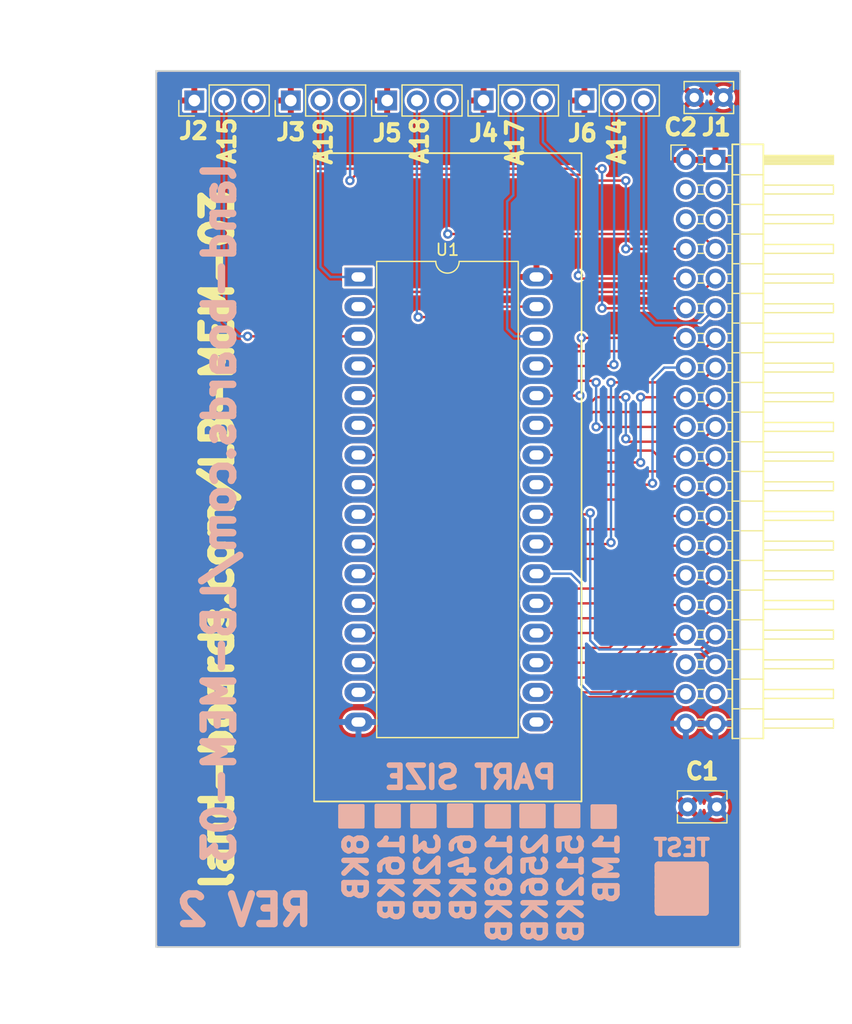
<source format=kicad_pcb>
(kicad_pcb (version 20240108) (generator "pcbnew") (generator_version "8.0")
  (title_block (title "LB-MEM-01") (date "2022-10-07") (rev "2") (company "land-boards.com"))
  (layers (0 "F.Cu" signal) (31 "B.Cu" signal) (34 "B.Paste" user) (35 "F.Paste" user) (36 "B.SilkS" user "B.Silkscreen") (37 "F.SilkS" user "F.Silkscreen") (38 "B.Mask" user) (39 "F.Mask" user) (44 "Edge.Cuts" user))
  (net 0 "")
  (net 1 "GND")
  (net 2 "/CPUA11")
  (net 3 "/CPUA12")
  (net 4 "/CPUA13")
  (net 5 "/CPUA14")
  (net 6 "/CPUA15")
  (net 7 "/CPUD4")
  (net 8 "/CPUD3")
  (net 9 "/CPUD5")
  (net 10 "/CPUD6")
  (net 11 "/CPUA0")
  (net 12 "/CPUA1")
  (net 13 "/CPUD2")
  (net 14 "/CPUA2")
  (net 15 "/CPUD7")
  (net 16 "/CPUA3")
  (net 17 "/CPUD0")
  (net 18 "/CPUA4")
  (net 19 "/CPUD1")
  (net 20 "/CPUA5")
  (net 21 "/CPUA6")
  (net 22 "/CPUA7")
  (net 23 "/CPUA8")
  (net 24 "/CPUA9")
  (net 25 "/CPUA10")
  (net 26 "/CPUA18")
  (net 27 "/CPUA16")
  (net 28 "/CPUA17")
  (net 29 "/~{MEMRD}")
  (net 30 "/CPUA22")
  (net 31 "/CPUA23")
  (net 32 "/CPUA20")
  (net 33 "/CPUA21")
  (net 34 "/CPUA19")
  (net 35 "VCC")
  (net 36 "/~{IOCS}")
  (net 37 "/~{RAMCS}")
  (net 38 "/~{ROMCS}")
  (net 39 "/EE_PIN3")
  (net 40 "/EE_PIN1")
  (net 41 "/EE_PIN30")
  (net 42 "/EE_PIN31")
  (net 43 "/EE_PIN29")
  (footprint "LandBoards_Conns:PinHeader_2x20_P2.54mm_Horizontal-FLIPPED" (layer "F.Cu") (at 177.35 54.615)
    (property "Reference" "J1" (at 2.609 -2.799 0) (layer "F.SilkS") (effects (font (size 1.397 1.397) (thickness 0.34925))))
    (property "Value" "Conn_02x20_Odd_Even")
    (pad "1" thru_hole rect (at 2.54 0) (size 1.7 1.7) (drill 1) (layers "*.Cu" "*.Mask") (net 35 "VCC"))
    (pad "2" thru_hole oval (at 0 0) (size 1.7 1.7) (drill 1) (layers "*.Cu" "*.Mask") (net 35 "VCC"))
    (pad "3" thru_hole oval (at 2.54 2.54) (size 1.7 1.7) (drill 1) (layers "*.Cu" "*.Mask") (net 30 "/CPUA22"))
    (pad "4" thru_hole oval (at 0 2.54) (size 1.7 1.7) (drill 1) (layers "*.Cu" "*.Mask") (net 31 "/CPUA23"))
    (pad "5" thru_hole oval (at 2.54 5.08) (size 1.7 1.7) (drill 1) (layers "*.Cu" "*.Mask") (net 32 "/CPUA20"))
    (pad "6" thru_hole oval (at 0 5.08) (size 1.7 1.7) (drill 1) (layers "*.Cu" "*.Mask") (net 33 "/CPUA21"))
    (pad "7" thru_hole oval (at 2.54 7.62) (size 1.7 1.7) (drill 1) (layers "*.Cu" "*.Mask") (net 26 "/CPUA18"))
    (pad "8" thru_hole oval (at 0 7.62) (size 1.7 1.7) (drill 1) (layers "*.Cu" "*.Mask") (net 34 "/CPUA19"))
    (pad "9" thru_hole oval (at 2.54 10.16) (size 1.7 1.7) (drill 1) (layers "*.Cu" "*.Mask") (net 27 "/CPUA16"))
    (pad "10" thru_hole oval (at 0 10.16) (size 1.7 1.7) (drill 1) (layers "*.Cu" "*.Mask") (net 28 "/CPUA17"))
    (pad "11" thru_hole oval (at 2.54 12.7) (size 1.7 1.7) (drill 1) (layers "*.Cu" "*.Mask") (net 5 "/CPUA14"))
    (pad "12" thru_hole oval (at 0 12.7) (size 1.7 1.7) (drill 1) (layers "*.Cu" "*.Mask") (net 6 "/CPUA15"))
    (pad "13" thru_hole oval (at 2.54 15.24) (size 1.7 1.7) (drill 1) (layers "*.Cu" "*.Mask") (net 3 "/CPUA12"))
    (pad "14" thru_hole oval (at 0 15.24) (size 1.7 1.7) (drill 1) (layers "*.Cu" "*.Mask") (net 4 "/CPUA13"))
    (pad "15" thru_hole oval (at 2.54 17.78) (size 1.7 1.7) (drill 1) (layers "*.Cu" "*.Mask") (net 25 "/CPUA10"))
    (pad "16" thru_hole oval (at 0 17.78) (size 1.7 1.7) (drill 1) (layers "*.Cu" "*.Mask") (net 2 "/CPUA11"))
    (pad "17" thru_hole oval (at 2.54 20.32) (size 1.7 1.7) (drill 1) (layers "*.Cu" "*.Mask") (net 23 "/CPUA8"))
    (pad "18" thru_hole oval (at 0 20.32) (size 1.7 1.7) (drill 1) (layers "*.Cu" "*.Mask") (net 24 "/CPUA9"))
    (pad "19" thru_hole oval (at 2.54 22.86) (size 1.7 1.7) (drill 1) (layers "*.Cu" "*.Mask") (net 21 "/CPUA6"))
    (pad "20" thru_hole oval (at 0 22.86) (size 1.7 1.7) (drill 1) (layers "*.Cu" "*.Mask") (net 22 "/CPUA7"))
    (pad "21" thru_hole oval (at 2.54 25.4) (size 1.7 1.7) (drill 1) (layers "*.Cu" "*.Mask") (net 18 "/CPUA4"))
    (pad "22" thru_hole oval (at 0 25.4) (size 1.7 1.7) (drill 1) (layers "*.Cu" "*.Mask") (net 20 "/CPUA5"))
    (pad "23" thru_hole oval (at 2.54 27.94) (size 1.7 1.7) (drill 1) (layers "*.Cu" "*.Mask") (net 14 "/CPUA2"))
    (pad "24" thru_hole oval (at 0 27.94) (size 1.7 1.7) (drill 1) (layers "*.Cu" "*.Mask") (net 16 "/CPUA3"))
    (pad "25" thru_hole oval (at 2.54 30.48) (size 1.7 1.7) (drill 1) (layers "*.Cu" "*.Mask") (net 11 "/CPUA0"))
    (pad "26" thru_hole oval (at 0 30.48) (size 1.7 1.7) (drill 1) (layers "*.Cu" "*.Mask") (net 12 "/CPUA1"))
    (pad "27" thru_hole oval (at 2.54 33.02) (size 1.7 1.7) (drill 1) (layers "*.Cu" "*.Mask") (net 17 "/CPUD0"))
    (pad "28" thru_hole oval (at 0 33.02) (size 1.7 1.7) (drill 1) (layers "*.Cu" "*.Mask") (net 15 "/CPUD7"))
    (pad "29" thru_hole oval (at 2.54 35.56) (size 1.7 1.7) (drill 1) (layers "*.Cu" "*.Mask") (net 19 "/CPUD1"))
    (pad "30" thru_hole oval (at 0 35.56) (size 1.7 1.7) (drill 1) (layers "*.Cu" "*.Mask") (net 10 "/CPUD6"))
    (pad "31" thru_hole oval (at 2.54 38.1) (size 1.7 1.7) (drill 1) (layers "*.Cu" "*.Mask") (net 13 "/CPUD2"))
    (pad "32" thru_hole oval (at 0 38.1) (size 1.7 1.7) (drill 1) (layers "*.Cu" "*.Mask") (net 9 "/CPUD5"))
    (pad "33" thru_hole oval (at 2.54 40.64) (size 1.7 1.7) (drill 1) (layers "*.Cu" "*.Mask") (net 8 "/CPUD3"))
    (pad "34" thru_hole oval (at 0 40.64) (size 1.7 1.7) (drill 1) (layers "*.Cu" "*.Mask") (net 7 "/CPUD4"))
    (pad "35" thru_hole oval (at 2.54 43.18) (size 1.7 1.7) (drill 1) (layers "*.Cu" "*.Mask") (net 29 "/~{MEMRD}"))
    (pad "36" thru_hole oval (at 0 43.18) (size 1.7 1.7) (drill 1) (layers "*.Cu" "*.Mask") (net 37 "/~{RAMCS}"))
    (pad "37" thru_hole oval (at 2.54 45.72) (size 1.7 1.7) (drill 1) (layers "*.Cu" "*.Mask") (net 36 "/~{IOCS}"))
    (pad "38" thru_hole oval (at 0 45.72) (size 1.7 1.7) (drill 1) (layers "*.Cu" "*.Mask") (net 38 "/~{ROMCS}"))
    (pad "39" thru_hole oval (at 2.54 48.26) (size 1.7 1.7) (drill 1) (layers "*.Cu" "*.Mask") (net 1 "GND"))
    (pad "40" thru_hole oval (at 0 48.26) (size 1.7 1.7) (drill 1) (layers "*.Cu" "*.Mask") (net 1 "GND"))
  )
  (footprint "LandBoards_Conns:DIP-32_W15.24mm_TEXTOOL" (layer "F.Cu") (at 149.322 64.638)
    (property "Reference" "U1" (at 7.62 -2.33 0) (layer "F.SilkS"))
    (property "Value" "27C080")
    (pad "1" thru_hole rect (at 0 0) (size 2.4 1.6) (drill oval 1.2 0.8) (layers "*.Cu" "*.Mask") (net 40 "/EE_PIN1"))
    (pad "2" thru_hole oval (at 0 2.54) (size 2.4 1.6) (drill oval 1.2 0.8) (layers "*.Cu" "*.Mask") (net 27 "/CPUA16"))
    (pad "3" thru_hole oval (at 0 5.08) (size 2.4 1.6) (drill oval 1.2 0.8) (layers "*.Cu" "*.Mask") (net 39 "/EE_PIN3"))
    (pad "4" thru_hole oval (at 0 7.62) (size 2.4 1.6) (drill oval 1.2 0.8) (layers "*.Cu" "*.Mask") (net 3 "/CPUA12"))
    (pad "5" thru_hole oval (at 0 10.16) (size 2.4 1.6) (drill oval 1.2 0.8) (layers "*.Cu" "*.Mask") (net 22 "/CPUA7"))
    (pad "6" thru_hole oval (at 0 12.7) (size 2.4 1.6) (drill oval 1.2 0.8) (layers "*.Cu" "*.Mask") (net 21 "/CPUA6"))
    (pad "7" thru_hole oval (at 0 15.24) (size 2.4 1.6) (drill oval 1.2 0.8) (layers "*.Cu" "*.Mask") (net 20 "/CPUA5"))
    (pad "8" thru_hole oval (at 0 17.78) (size 2.4 1.6) (drill oval 1.2 0.8) (layers "*.Cu" "*.Mask") (net 18 "/CPUA4"))
    (pad "9" thru_hole oval (at 0 20.32) (size 2.4 1.6) (drill oval 1.2 0.8) (layers "*.Cu" "*.Mask") (net 16 "/CPUA3"))
    (pad "10" thru_hole oval (at 0 22.86) (size 2.4 1.6) (drill oval 1.2 0.8) (layers "*.Cu" "*.Mask") (net 14 "/CPUA2"))
    (pad "11" thru_hole oval (at 0 25.4) (size 2.4 1.6) (drill oval 1.2 0.8) (layers "*.Cu" "*.Mask") (net 12 "/CPUA1"))
    (pad "12" thru_hole oval (at 0 27.94) (size 2.4 1.6) (drill oval 1.2 0.8) (layers "*.Cu" "*.Mask") (net 11 "/CPUA0"))
    (pad "13" thru_hole oval (at 0 30.48) (size 2.4 1.6) (drill oval 1.2 0.8) (layers "*.Cu" "*.Mask") (net 17 "/CPUD0"))
    (pad "14" thru_hole oval (at 0 33.02) (size 2.4 1.6) (drill oval 1.2 0.8) (layers "*.Cu" "*.Mask") (net 19 "/CPUD1"))
    (pad "15" thru_hole oval (at 0 35.56) (size 2.4 1.6) (drill oval 1.2 0.8) (layers "*.Cu" "*.Mask") (net 13 "/CPUD2"))
    (pad "16" thru_hole oval (at 0 38.1) (size 2.4 1.6) (drill oval 1.2 0.8) (layers "*.Cu" "*.Mask") (net 1 "GND"))
    (pad "17" thru_hole oval (at 15.24 38.1) (size 2.4 1.6) (drill oval 1.2 0.8) (layers "*.Cu" "*.Mask") (net 8 "/CPUD3"))
    (pad "18" thru_hole oval (at 15.24 35.56) (size 2.4 1.6) (drill oval 1.2 0.8) (layers "*.Cu" "*.Mask") (net 7 "/CPUD4"))
    (pad "19" thru_hole oval (at 15.24 33.02) (size 2.4 1.6) (drill oval 1.2 0.8) (layers "*.Cu" "*.Mask") (net 9 "/CPUD5"))
    (pad "20" thru_hole oval (at 15.24 30.48) (size 2.4 1.6) (drill oval 1.2 0.8) (layers "*.Cu" "*.Mask") (net 10 "/CPUD6"))
    (pad "21" thru_hole oval (at 15.24 27.94) (size 2.4 1.6) (drill oval 1.2 0.8) (layers "*.Cu" "*.Mask") (net 15 "/CPUD7"))
    (pad "22" thru_hole oval (at 15.24 25.4) (size 2.4 1.6) (drill oval 1.2 0.8) (layers "*.Cu" "*.Mask") (net 38 "/~{ROMCS}"))
    (pad "23" thru_hole oval (at 15.24 22.86) (size 2.4 1.6) (drill oval 1.2 0.8) (layers "*.Cu" "*.Mask") (net 25 "/CPUA10"))
    (pad "24" thru_hole oval (at 15.24 20.32) (size 2.4 1.6) (drill oval 1.2 0.8) (layers "*.Cu" "*.Mask") (net 29 "/~{MEMRD}"))
    (pad "25" thru_hole oval (at 15.24 17.78) (size 2.4 1.6) (drill oval 1.2 0.8) (layers "*.Cu" "*.Mask") (net 2 "/CPUA11"))
    (pad "26" thru_hole oval (at 15.24 15.24) (size 2.4 1.6) (drill oval 1.2 0.8) (layers "*.Cu" "*.Mask") (net 24 "/CPUA9"))
    (pad "27" thru_hole oval (at 15.24 12.7) (size 2.4 1.6) (drill oval 1.2 0.8) (layers "*.Cu" "*.Mask") (net 23 "/CPUA8"))
    (pad "28" thru_hole oval (at 15.24 10.16) (size 2.4 1.6) (drill oval 1.2 0.8) (layers "*.Cu" "*.Mask") (net 4 "/CPUA13"))
    (pad "29" thru_hole oval (at 15.24 7.62) (size 2.4 1.6) (drill oval 1.2 0.8) (layers "*.Cu" "*.Mask") (net 43 "/EE_PIN29"))
    (pad "30" thru_hole oval (at 15.24 5.08) (size 2.4 1.6) (drill oval 1.2 0.8) (layers "*.Cu" "*.Mask") (net 41 "/EE_PIN30"))
    (pad "31" thru_hole oval (at 15.24 2.54) (size 2.4 1.6) (drill oval 1.2 0.8) (layers "*.Cu" "*.Mask") (net 42 "/EE_PIN31"))
    (pad "32" thru_hole oval (at 15.24 0) (size 2.4 1.6) (drill oval 1.2 0.8) (layers "*.Cu" "*.Mask") (net 35 "VCC"))
  )
  (footprint "Connector_PinHeader_2.54mm:PinHeader_1x03_P2.54mm_Vertical" (layer "F.Cu") (at 160.035 49.53 90)
    (property "Reference" "J4" (at -2.794 0 180) (layer "F.SilkS") (effects (font (size 1.397 1.397) (thickness 0.34925))))
    (property "Value" "Conn_01x03")
    (pad "1" thru_hole rect (at 0 0 90) (size 1.7 1.7) (drill 1) (layers "*.Cu" "*.Mask") (net 35 "VCC"))
    (pad "2" thru_hole oval (at 0 2.54 90) (size 1.7 1.7) (drill 1) (layers "*.Cu" "*.Mask") (net 41 "/EE_PIN30"))
    (pad "3" thru_hole oval (at 0 5.08 90) (size 1.7 1.7) (drill 1) (layers "*.Cu" "*.Mask") (net 28 "/CPUA17"))
  )
  (footprint "Connector_PinHeader_2.54mm:PinHeader_1x03_P2.54mm_Vertical" (layer "F.Cu") (at 151.78 49.53 90)
    (property "Reference" "J5" (at -2.794 0 180) (layer "F.SilkS") (effects (font (size 1.397 1.397) (thickness 0.34925))))
    (property "Value" "Conn_01x03")
    (pad "1" thru_hole rect (at 0 0 90) (size 1.7 1.7) (drill 1) (layers "*.Cu" "*.Mask") (net 35 "VCC"))
    (pad "2" thru_hole oval (at 0 2.54 90) (size 1.7 1.7) (drill 1) (layers "*.Cu" "*.Mask") (net 42 "/EE_PIN31"))
    (pad "3" thru_hole oval (at 0 5.08 90) (size 1.7 1.7) (drill 1) (layers "*.Cu" "*.Mask") (net 26 "/CPUA18"))
  )
  (footprint "Capacitor_THT:C_Rect_L4.0mm_W2.5mm_P2.50mm" (layer "F.Cu") (at 180 110 180)
    (property "Reference" "C1" (at 1.25 3.048 180) (layer "F.SilkS") (effects (font (size 1.397 1.397) (thickness 0.34925))))
    (property "Value" "0.1uF")
    (pad "1" thru_hole circle (at 0 0 180) (size 1.6 1.6) (drill 0.8) (layers "*.Cu" "*.Mask") (net 1 "GND"))
    (pad "2" thru_hole circle (at 2.5 0 180) (size 1.6 1.6) (drill 0.8) (layers "*.Cu" "*.Mask") (net 35 "VCC"))
  )
  (footprint "Connector_PinHeader_2.54mm:PinHeader_1x03_P2.54mm_Vertical" (layer "F.Cu") (at 143.525 49.53 90)
    (property "Reference" "J3" (at -2.7 0 180) (layer "F.SilkS") (effects (font (size 1.397 1.397) (thickness 0.34925))))
    (property "Value" "Conn_01x03")
    (pad "1" thru_hole rect (at 0 0 90) (size 1.7 1.7) (drill 1) (layers "*.Cu" "*.Mask") (net 35 "VCC"))
    (pad "2" thru_hole oval (at 0 2.54 90) (size 1.7 1.7) (drill 1) (layers "*.Cu" "*.Mask") (net 40 "/EE_PIN1"))
    (pad "3" thru_hole oval (at 0 5.08 90) (size 1.7 1.7) (drill 1) (layers "*.Cu" "*.Mask") (net 34 "/CPUA19"))
  )
  (footprint "Capacitor_THT:C_Rect_L4.0mm_W2.5mm_P2.50mm" (layer "F.Cu") (at 180.574 49.276 180)
    (property "Reference" "C2" (at 3.663 -2.54 0) (layer "F.SilkS") (effects (font (size 1.397 1.397) (thickness 0.34925))))
    (property "Value" "0.1uF")
    (pad "1" thru_hole circle (at 0 0 180) (size 1.6 1.6) (drill 0.8) (layers "*.Cu" "*.Mask") (net 1 "GND"))
    (pad "2" thru_hole circle (at 2.5 0 180) (size 1.6 1.6) (drill 0.8) (layers "*.Cu" "*.Mask") (net 35 "VCC"))
  )
  (footprint "Connector_PinHeader_2.54mm:PinHeader_1x03_P2.54mm_Vertical" (layer "F.Cu") (at 168.671 49.53 90)
    (property "Reference" "J6" (at -2.794 -0.171 180) (layer "F.SilkS") (effects (font (size 1.397 1.397) (thickness 0.34925))))
    (property "Value" "Conn_01x03")
    (pad "1" thru_hole rect (at 0 0 90) (size 1.7 1.7) (drill 1) (layers "*.Cu" "*.Mask") (net 35 "VCC"))
    (pad "2" thru_hole oval (at 0 2.54 90) (size 1.7 1.7) (drill 1) (layers "*.Cu" "*.Mask") (net 43 "/EE_PIN29"))
    (pad "3" thru_hole oval (at 0 5.08 90) (size 1.7 1.7) (drill 1) (layers "*.Cu" "*.Mask") (net 5 "/CPUA14"))
  )
  (footprint "Connector_PinHeader_2.54mm:PinHeader_1x03_P2.54mm_Vertical" (layer "F.Cu") (at 135.27 49.53 90)
    (property "Reference" "J2" (at -2.6 -0.07 180) (layer "F.SilkS") (effects (font (size 1.397 1.397) (thickness 0.34925))))
    (property "Value" "Conn_01x03")
    (pad "1" thru_hole rect (at 0 0 90) (size 1.7 1.7) (drill 1) (layers "*.Cu" "*.Mask") (net 35 "VCC"))
    (pad "2" thru_hole oval (at 0 2.54 90) (size 1.7 1.7) (drill 1) (layers "*.Cu" "*.Mask") (net 39 "/EE_PIN3"))
    (pad "3" thru_hole oval (at 0 5.08 90) (size 1.7 1.7) (drill 1) (layers "*.Cu" "*.Mask") (net 6 "/CPUA15"))
  )
  (footprint "LandBoards_Marking:TEST_BLK-REAR" (layer "F.Cu") (at 177 117)
    (property "Reference" "TEST" (at 0 -3.5 0) (layer "B.SilkS") (effects (font (size 1.397 1.397) (thickness 0.34925)) (justify mirror)))
    (property "Value" "COUPON" (hide yes))
  )
  (gr_rect (start 132 47) (end 182 122) (stroke (width 0.15)) (fill none) (layer "Edge.Cuts"))
  (gr_text "land-boards.com/LB-MEM-03" (at 137.414 84.836 90) (layer "B.SilkS") (effects (font (size 2.54 2.54) (thickness 0.635)) (justify mirror)))
  (gr_text "REV 2" (at 139.5476 118.8466 0) (layer "B.SilkS") (effects (font (size 2.54 2.54) (thickness 0.635)) (justify mirror)))
  (gr_text "8KB\n16KB\n32KB\n64KB\n128KB\n256KB\n512KB\n1MB" (at 159.862 112 90) (layer "B.SilkS") (effects (font (size 1.905 1.905) (thickness 0.47625)) (justify left mirror)))
  (gr_text "PART SIZE" (at 166.5224 107.475 0) (layer "B.SilkS") (effects (font (size 1.905 1.905) (thickness 0.47625)) (justify left mirror)))
  (gr_text "A18" (at 154.559 52.959 90) (layer "F.SilkS") (effects (font (size 1.397 1.397) (thickness 0.34925))))
  (gr_text "A15" (at 138.0744 52.9844 90) (layer "F.SilkS") (effects (font (size 1.397 1.397) (thickness 0.34925))))
  (gr_text "land-boards.com/LB-MEM-03" (at 137.2362 87.122 90) (layer "F.SilkS") (effects (font (size 2.54 2.54) (thickness 0.635))))
  (gr_text "A14" (at 171.45 53.0352 90) (layer "F.SilkS") (effects (font (size 1.397 1.397) (thickness 0.34925))))
  (gr_text "A19" (at 146.3294 53.0352 90) (layer "F.SilkS") (effects (font (size 1.397 1.397) (thickness 0.34925))))
  (gr_text "A17" (at 162.7124 53.1114 90) (layer "F.SilkS") (effects (font (size 1.397 1.397) (thickness 0.34925))))
  (segment (start 164.562 82.418) (end 174.366 82.418) (width 0.2032) (layer "F.Cu") (net 2))
  (segment (start 174.376 82.418) (end 174.498 82.296) (width 0.2032) (layer "F.Cu") (net 2))
  (segment (start 174.366 82.418) (end 174.376 82.418) (width 0.2032) (layer "F.Cu") (net 2))
  (via (at 174.498 82.296) (size 0.8) (drill 0.4) (layers "F.Cu" "B.Cu") (net 2))
  (segment (start 177.35 72.395) (end 175.509 72.395) (width 0.2032) (layer "B.Cu") (net 2))
  (segment (start 174.498 73.406) (end 174.498 82.296) (width 0.2032) (layer "B.Cu") (net 2))
  (segment (start 175.509 72.395) (end 174.498 73.406) (width 0.2032) (layer "B.Cu") (net 2))
  (segment (start 149.322 72.258) (end 158.882 72.258) (width 0.2032) (layer "F.Cu") (net 3))
  (segment (start 160.147 70.993) (end 176.149 70.993) (width 0.2032) (layer "F.Cu") (net 3))
  (segment (start 176.276 71.12) (end 178.625 71.12) (width 0.2032) (layer "F.Cu") (net 3))
  (segment (start 158.882 72.258) (end 160.147 70.993) (width 0.2032) (layer "F.Cu") (net 3))
  (segment (start 176.149 70.993) (end 176.276 71.12) (width 0.2032) (layer "F.Cu") (net 3))
  (segment (start 178.625 71.12) (end 179.89 69.855) (width 0.2032) (layer "F.Cu") (net 3))
  (segment (start 164.562 74.798) (end 168.28 74.798) (width 0.2032) (layer "F.Cu") (net 4))
  (segment (start 168.407 69.855) (end 168.402 69.85) (width 0.2032) (layer "F.Cu") (net 4))
  (segment (start 168.407 69.855) (end 177.35 69.855) (width 0.2032) (layer "F.Cu") (net 4))
  (via (at 168.402 69.85) (size 0.8) (drill 0.4) (layers "F.Cu" "B.Cu") (net 4))
  (via (at 168.28 74.798) (size 0.8) (drill 0.4) (layers "F.Cu" "B.Cu") (net 4))
  (segment (start 168.402 74.676) (end 168.28 74.798) (width 0.2032) (layer "B.Cu") (net 4))
  (segment (start 168.402 69.85) (end 168.402 74.676) (width 0.2032) (layer "B.Cu") (net 4))
  (segment (start 178.625 68.58) (end 179.89 67.315) (width 0.2032) (layer "F.Cu") (net 5))
  (segment (start 174.782 68.58) (end 173.751 67.549) (width 0.2032) (layer "B.Cu") (net 5))
  (segment (start 179.89 67.315) (end 178.625 68.58) (width 0.2032) (layer "B.Cu") (net 5))
  (segment (start 173.751 49.53) (end 173.751 67.549) (width 0.2032) (layer "B.Cu") (net 5))
  (segment (start 178.625 68.58) (end 174.782 68.58) (width 0.2032) (layer "B.Cu") (net 5))
  (segment (start 140.35 53.96) (end 140.35 49.53) (width 0.2032) (layer "F.Cu") (net 6))
  (segment (start 170.185 67.315) (end 177.35 67.315) (width 0.2032) (layer "F.Cu") (net 6))
  (segment (start 141.732 55.372) (end 170.18 55.372) (width 0.2032) (layer "F.Cu") (net 6))
  (segment (start 141.762 55.372) (end 140.35 53.96) (width 0.2032) (layer "F.Cu") (net 6))
  (segment (start 170.18 67.31) (end 170.185 67.315) (width 0.2032) (layer "F.Cu") (net 6))
  (via (at 170.18 67.31) (size 0.8) (drill 0.4) (layers "F.Cu" "B.Cu") (net 6))
  (via (at 170.18 55.372) (size 0.8) (drill 0.4) (layers "F.Cu" "B.Cu") (net 6))
  (segment (start 170.18 55.372) (end 170.18 67.31) (width 0.2032) (layer "B.Cu") (net 6))
  (segment (start 175.851782 95.255) (end 177.35 95.255) (width 0.2032) (layer "F.Cu") (net 7))
  (segment (start 164.562 100.198) (end 170.908782 100.198) (width 0.2032) (layer "F.Cu") (net 7))
  (segment (start 170.908782 100.198) (end 175.851782 95.255) (width 0.2032) (layer "F.Cu") (net 7))
  (segment (start 176.276 96.52) (end 178.625 96.52) (width 0.2032) (layer "F.Cu") (net 8))
  (segment (start 178.625 96.52) (end 179.89 95.255) (width 0.2032) (layer "F.Cu") (net 8))
  (segment (start 164.562 102.738) (end 170.058 102.738) (width 0.2032) (layer "F.Cu") (net 8))
  (segment (start 170.058 102.738) (end 176.276 96.52) (width 0.2032) (layer "F.Cu") (net 8))
  (segment (start 170.82 97.658) (end 175.763 92.715) (width 0.2032) (layer "F.Cu") (net 9))
  (segment (start 164.562 97.658) (end 170.82 97.658) (width 0.2032) (layer "F.Cu") (net 9))
  (segment (start 175.763 92.715) (end 177.35 92.715) (width 0.2032) (layer "F.Cu") (net 9))
  (segment (start 171.328 95.118) (end 176.271 90.175) (width 0.2032) (layer "F.Cu") (net 10))
  (segment (start 164.562 95.118) (end 171.328 95.118) (width 0.2032) (layer "F.Cu") (net 10))
  (segment (start 176.271 90.175) (end 177.35 90.175) (width 0.2032) (layer "F.Cu") (net 10))
  (segment (start 160.401 91.313) (end 171.323 91.313) (width 0.2032) (layer "F.Cu") (net 11))
  (segment (start 171.323 91.313) (end 176.276 86.36) (width 0.2032) (layer "F.Cu") (net 11))
  (segment (start 178.625 86.36) (end 179.89 85.095) (width 0.2032) (layer "F.Cu") (net 11))
  (segment (start 159.136 92.578) (end 160.401 91.313) (width 0.2032) (layer "F.Cu") (net 11))
  (segment (start 149.322 92.578) (end 159.136 92.578) (width 0.2032) (layer "F.Cu") (net 11))
  (segment (start 176.276 86.36) (end 178.625 86.36) (width 0.2032) (layer "F.Cu") (net 11))
  (segment (start 172.085 88.773) (end 175.763 85.095) (width 0.2032) (layer "F.Cu") (net 12))
  (segment (start 160.401 88.773) (end 172.085 88.773) (width 0.2032) (layer "F.Cu") (net 12))
  (segment (start 159.136 90.038) (end 160.401 88.773) (width 0.2032) (layer "F.Cu") (net 12))
  (segment (start 149.322 90.038) (end 159.136 90.038) (width 0.2032) (layer "F.Cu") (net 12))
  (segment (start 175.763 85.095) (end 177.35 85.095) (width 0.2032) (layer "F.Cu") (net 12))
  (segment (start 171.069 98.933) (end 176.1175 93.8845) (width 0.2032) (layer "F.Cu") (net 13))
  (segment (start 178.7205 93.8845) (end 179.89 92.715) (width 0.2032) (layer "F.Cu") (net 13))
  (segment (start 149.322 100.198) (end 159.898 100.198) (width 0.2032) (layer "F.Cu") (net 13))
  (segment (start 161.163 98.933) (end 171.069 98.933) (width 0.2032) (layer "F.Cu") (net 13))
  (segment (start 176.1175 93.8845) (end 178.7205 93.8845) (width 0.2032) (layer "F.Cu") (net 13))
  (segment (start 159.898 100.198) (end 161.163 98.933) (width 0.2032) (layer "F.Cu") (net 13))
  (segment (start 158.882 87.498) (end 160.147 86.233) (width 0.2032) (layer "F.Cu") (net 14))
  (segment (start 175.768 83.82) (end 178.625 83.82) (width 0.2032) (layer "F.Cu") (net 14))
  (segment (start 178.625 83.82) (end 179.89 82.555) (width 0.2032) (layer "F.Cu") (net 14))
  (segment (start 173.355 86.233) (end 175.768 83.82) (width 0.2032) (layer "F.Cu") (net 14))
  (segment (start 149.322 87.498) (end 158.882 87.498) (width 0.2032) (layer "F.Cu") (net 14))
  (segment (start 160.147 86.233) (end 173.355 86.233) (width 0.2032) (layer "F.Cu") (net 14))
  (segment (start 164.562 92.578) (end 171.328 92.578) (width 0.2032) (layer "F.Cu") (net 15))
  (segment (start 176.271 87.635) (end 177.35 87.635) (width 0.2032) (layer "F.Cu") (net 15))
  (segment (start 171.328 92.578) (end 176.271 87.635) (width 0.2032) (layer "F.Cu") (net 15))
  (segment (start 149.322 84.958) (end 158.882 84.958) (width 0.2032) (layer "F.Cu") (net 16))
  (segment (start 174.625 83.693) (end 175.763 82.555) (width 0.2032) (layer "F.Cu") (net 16))
  (segment (start 160.147 83.693) (end 174.625 83.693) (width 0.2032) (layer "F.Cu") (net 16))
  (segment (start 175.763 82.555) (end 177.35 82.555) (width 0.2032) (layer "F.Cu") (net 16))
  (segment (start 158.882 84.958) (end 160.147 83.693) (width 0.2032) (layer "F.Cu") (net 16))
  (segment (start 160.655 93.853) (end 171.577 93.853) (width 0.2032) (layer "F.Cu") (net 17))
  (segment (start 171.577 93.853) (end 176.53 88.9) (width 0.2032) (layer "F.Cu") (net 17))
  (segment (start 178.625 88.9) (end 179.89 87.635) (width 0.2032) (layer "F.Cu") (net 17))
  (segment (start 176.53 88.9) (end 178.625 88.9) (width 0.2032) (layer "F.Cu") (net 17))
  (segment (start 149.322 95.118) (end 159.39 95.118) (width 0.2032) (layer "F.Cu") (net 17))
  (segment (start 159.39 95.118) (end 160.655 93.853) (width 0.2032) (layer "F.Cu") (net 17))
  (segment (start 160.435489 81.118511) (end 159.136 82.418) (width 0.2032) (layer "F.Cu") (net 18))
  (segment (start 178.625 81.28) (end 167.64 81.28) (width 0.2032) (layer "F.Cu") (net 18))
  (segment (start 167.64 81.28) (end 167.478511 81.118511) (width 0.2032) (layer "F.Cu") (net 18))
  (segment (start 159.136 82.418) (end 149.322 82.418) (width 0.2032) (layer "F.Cu") (net 18))
  (segment (start 167.478511 81.118511) (end 160.435489 81.118511) (width 0.2032) (layer "F.Cu") (net 18))
  (segment (start 179.89 80.015) (end 178.625 81.28) (width 0.2032) (layer "F.Cu") (net 18))
  (segment (start 149.322 97.658) (end 159.644 97.658) (width 0.2032) (layer "F.Cu") (net 19))
  (segment (start 170.815 96.393) (end 175.768 91.44) (width 0.2032) (layer "F.Cu") (net 19))
  (segment (start 159.644 97.658) (end 160.909 96.393) (width 0.2032) (layer "F.Cu") (net 19))
  (segment (start 178.625 91.44) (end 179.89 90.175) (width 0.2032) (layer "F.Cu") (net 19))
  (segment (start 175.768 91.44) (end 178.625 91.44) (width 0.2032) (layer "F.Cu") (net 19))
  (segment (start 160.909 96.393) (end 170.815 96.393) (width 0.2032) (layer "F.Cu") (net 19))
  (segment (start 158.882 79.878) (end 160.147 78.613) (width 0.2032) (layer "F.Cu") (net 20))
  (segment (start 160.147 78.613) (end 168.021 78.613) (width 0.2032) (layer "F.Cu") (net 20))
  (segment (start 174.498 79.502) (end 175.011 80.015) (width 0.2032) (layer "F.Cu") (net 20))
  (segment (start 168.91 79.502) (end 174.498 79.502) (width 0.2032) (layer "F.Cu") (net 20))
  (segment (start 149.322 79.878) (end 158.882 79.878) (width 0.2032) (layer "F.Cu") (net 20))
  (segment (start 168.021 78.613) (end 168.91 79.502) (width 0.2032) (layer "F.Cu") (net 20))
  (segment (start 175.011 80.015) (end 177.35 80.015) (width 0.2032) (layer "F.Cu") (net 20))
  (segment (start 178.625 78.74) (end 172.466 78.74) (width 0.2032) (layer "F.Cu") (net 21))
  (segment (start 157.866 77.338) (end 159.131 76.073) (width 0.2032) (layer "F.Cu") (net 21))
  (segment (start 172.466 78.74) (end 172.212 78.486) (width 0.2032) (layer "F.Cu") (net 21))
  (segment (start 179.89 77.475) (end 178.625 78.74) (width 0.2032) (layer "F.Cu") (net 21))
  (segment (start 159.131 76.073) (end 168.529 76.073) (width 0.2032) (layer "F.Cu") (net 21))
  (segment (start 168.402 76.2) (end 169.672 74.93) (width 0.2032) (layer "F.Cu") (net 21))
  (segment (start 149.322 77.338) (end 157.866 77.338) (width 0.2032) (layer "F.Cu") (net 21))
  (segment (start 172.212 74.93) (end 169.672 74.93) (width 0.2032) (layer "F.Cu") (net 21))
  (via (at 172.212 78.486) (size 0.8) (drill 0.4) (layers "F.Cu" "B.Cu") (net 21))
  (via (at 172.212 74.93) (size 0.8) (drill 0.4) (layers "F.Cu" "B.Cu") (net 21))
  (segment (start 172.212 78.486) (end 172.212 74.93) (width 0.2032) (layer "B.Cu") (net 21))
  (segment (start 158.374 74.798) (end 159.639 73.533) (width 0.2032) (layer "F.Cu") (net 22))
  (segment (start 169.677 77.475) (end 177.35 77.475) (width 0.2032) (layer "F.Cu") (net 22))
  (segment (start 159.639 73.533) (end 169.545 73.533) (width 0.2032) (layer "F.Cu") (net 22))
  (segment (start 169.672 77.47) (end 169.677 77.475) (width 0.2032) (layer "F.Cu") (net 22))
  (segment (start 149.322 74.798) (end 158.374 74.798) (width 0.2032) (layer "F.Cu") (net 22))
  (segment (start 169.545 73.533) (end 169.672 73.66) (width 0.2032) (layer "F.Cu") (net 22))
  (via (at 169.672 73.66) (size 0.8) (drill 0.4) (layers "F.Cu" "B.Cu") (net 22))
  (via (at 169.672 77.47) (size 0.8) (drill 0.4) (layers "F.Cu" "B.Cu") (net 22))
  (segment (start 169.672 73.66) (end 169.672 77.47) (width 0.2032) (layer "B.Cu") (net 22))
  (segment (start 169.408 76.2) (end 168.27 77.338) (width 0.2032) (layer "F.Cu") (net 23))
  (segment (start 178.625 76.2) (end 169.408 76.2) (width 0.2032) (layer "F.Cu") (net 23))
  (segment (start 168.27 77.338) (end 164.562 77.338) (width 0.2032) (layer "F.Cu") (net 23))
  (segment (start 179.89 74.935) (end 178.625 76.2) (width 0.2032) (layer "F.Cu") (net 23))
  (segment (start 168.402 80.518) (end 173.482 80.518) (width 0.2032) (layer "F.Cu") (net 24))
  (segment (start 164.562 79.878) (end 167.762 79.878) (width 0.2032) (layer "F.Cu") (net 24))
  (segment (start 173.8445 74.93) (end 173.8495 74.935) (width 0.2032) (layer "F.Cu") (net 24))
  (segment (start 173.8495 74.935) (end 177.35 74.935) (width 0.2032) (layer "F.Cu") (net 24))
  (segment (start 167.762 79.878) (end 168.402 80.518) (width 0.2032) (layer "F.Cu") (net 24))
  (via (at 173.482 74.93) (size 0.8) (drill 0.4) (layers "F.Cu" "B.Cu") (net 24))
  (via (at 173.482 80.518) (size 0.8) (drill 0.4) (layers "F.Cu" "B.Cu") (net 24))
  (segment (start 173.482 80.518) (end 173.482 74.93) (width 0.2032) (layer "B.Cu") (net 24))
  (segment (start 170.82 87.498) (end 170.942 87.376) (width 0.2032) (layer "F.Cu") (net 25))
  (segment (start 170.9605 73.66) (end 178.625 73.66) (width 0.2032) (layer "F.Cu") (net 25))
  (segment (start 164.562 87.498) (end 170.82 87.498) (width 0.2032) (layer "F.Cu") (net 25))
  (segment (start 170.9605 73.66) (end 170.942 73.6785) (width 0.2032) (layer "F.Cu") (net 25))
  (segment (start 179.89 72.395) (end 178.625 73.66) (width 0.2032) (layer "F.Cu") (net 25))
  (via (at 170.942 87.376) (size 0.8) (drill 0.4) (layers "F.Cu" "B.Cu") (net 25))
  (via (at 170.942 73.6785) (size 0.8) (drill 0.4) (layers "F.Cu" "B.Cu") (net 25))
  (segment (start 170.942 87.376) (end 170.942 73.6785) (width 0.2032) (layer "B.Cu") (net 25))
  (segment (start 178.615 60.96) (end 179.89 62.235) (width 0.2032) (layer "F.Cu") (net 26))
  (segment (start 156.972 60.96) (end 178.615 60.96) (width 0.2032) (layer "F.Cu") (net 26))
  (via (at 156.972 60.96) (size 0.8) (drill 0.4) (layers "F.Cu" "B.Cu") (net 26))
  (segment (start 156.972 60.96) (end 156.86 60.848) (width 0.2032) (layer "B.Cu") (net 26))
  (segment (start 156.86 60.848) (end 156.86 49.53) (width 0.2032) (layer "B.Cu") (net 26))
  (segment (start 173.101 65.913) (end 153.533 65.913) (width 0.2032) (layer "F.Cu") (net 27))
  (segment (start 152.268 67.178) (end 149.322 67.178) (width 0.2032) (layer "F.Cu") (net 27))
  (segment (start 153.533 65.913) (end 152.268 67.178) (width 0.2032) (layer "F.Cu") (net 27))
  (segment (start 179.89 64.775) (end 178.625 66.04) (width 0.2032) (layer "F.Cu") (net 27))
  (segment (start 173.228 66.04) (end 173.101 65.913) (width 0.2032) (layer "F.Cu") (net 27))
  (segment (start 178.625 66.04) (end 173.228 66.04) (width 0.2032) (layer "F.Cu") (net 27))
  (segment (start 168.407 64.775) (end 168.148 64.516) (width 0.2032) (layer "F.Cu") (net 28))
  (segment (start 177.35 64.775) (end 168.407 64.775) (width 0.2032) (layer "F.Cu") (net 28))
  (via (at 168.148 64.516) (size 0.8) (drill 0.4) (layers "F.Cu" "B.Cu") (net 28))
  (segment (start 165.115 53.101) (end 165.115 49.53) (width 0.2032) (layer "B.Cu") (net 28))
  (segment (start 168.148 56.134) (end 165.115 53.101) (width 0.2032) (layer "B.Cu") (net 28))
  (segment (start 168.148 64.516) (end 168.148 56.134) (width 0.2032) (layer "B.Cu") (net 28))
  (segment (start 169.042 84.958) (end 164.562 84.958) (width 0.2032) (layer "F.Cu") (net 29))
  (segment (start 169.164 84.836) (end 169.042 84.958) (width 0.2032) (layer "F.Cu") (net 29))
  (via (at 169.164 84.836) (size 0.8) (drill 0.4) (layers "F.Cu" "B.Cu") (net 29))
  (segment (start 169.164 95.758) (end 169.164 84.836) (width 0.2032) (layer "B.Cu") (net 29))
  (segment (start 179.89 97.795) (end 178.615 96.52) (width 0.2032) (layer "B.Cu") (net 29))
  (segment (start 169.926 96.52) (end 169.164 95.758) (width 0.2032) (layer "B.Cu") (net 29))
  (segment (start 178.615 96.52) (end 169.926 96.52) (width 0.2032) (layer "B.Cu") (net 29))
  (segment (start 169.672 56.388) (end 172.212 56.388) (width 0.2032) (layer "F.Cu") (net 34))
  (segment (start 172.217 62.235) (end 177.35 62.235) (width 0.2032) (layer "F.Cu") (net 34))
  (segment (start 148.59 56.388) (end 149.098 55.88) (width 0.2032) (layer "F.Cu") (net 34))
  (segment (start 172.212 62.23) (end 172.217 62.235) (width 0.2032) (layer "F.Cu") (net 34))
  (segment (start 169.164 55.88) (end 169.672 56.388) (width 0.2032) (layer "F.Cu") (net 34))
  (segment (start 149.098 55.88) (end 169.164 55.88) (width 0.2032) (layer "F.Cu") (net 34))
  (via (at 172.212 62.23) (size 0.8) (drill 0.4) (layers "F.Cu" "B.Cu") (net 34))
  (via (at 172.212 56.388) (size 0.8) (drill 0.4) (layers "F.Cu" "B.Cu") (net 34))
  (via (at 148.59 56.388) (size 0.8) (drill 0.4) (layers "F.Cu" "B.Cu") (net 34))
  (segment (start 172.212 62.23) (end 172.212 56.388) (width 0.2032) (layer "B.Cu") (net 34))
  (segment (start 148.59 56.388) (end 148.605 56.373) (width 0.2032) (layer "B.Cu") (net 34))
  (segment (start 148.605 56.373) (end 148.605 49.53) (width 0.2032) (layer "B.Cu") (net 34))
  (segment (start 168.402 90.932) (end 167.508 90.038) (width 0.2032) (layer "B.Cu") (net 38))
  (segment (start 168.402 99.5445) (end 168.402 90.932) (width 0.2032) (layer "B.Cu") (net 38))
  (segment (start 167.508 90.038) (end 164.562 90.038) (width 0.2032) (layer "B.Cu") (net 38))
  (segment (start 169.1925 100.335) (end 168.402 99.5445) (width 0.2032) (layer "B.Cu") (net 38))
  (segment (start 177.35 100.335) (end 169.1925 100.335) (width 0.2032) (layer "B.Cu") (net 38))
  (segment (start 149.322 69.718) (end 139.832 69.718) (width 0.2032) (layer "F.Cu") (net 39))
  (via (at 139.832 69.718) (size 0.8) (drill 0.4) (layers "F.Cu" "B.Cu") (net 39))
  (segment (start 137.81 68.468) (end 139.06 69.718) (width 0.2032) (layer "B.Cu") (net 39))
  (segment (start 139.06 69.718) (end 139.832 69.718) (width 0.2032) (layer "B.Cu") (net 39))
  (segment (start 137.81 49.53) (end 137.81 68.468) (width 0.2032) (layer "B.Cu") (net 39))
  (segment (start 146.934 64.638) (end 146.065 63.769) (width 0.2032) (layer "B.Cu") (net 40))
  (segment (start 146.065 63.769) (end 146.065 49.53) (width 0.2032) (layer "B.Cu") (net 40))
  (segment (start 149.322 64.638) (end 146.934 64.638) (width 0.2032) (layer "B.Cu") (net 40))
  (segment (start 162.052 69.088) (end 162.052 58.166) (width 0.2032) (layer "B.Cu") (net 41))
  (segment (start 162.575 49.53) (end 162.575 57.643) (width 0.2032) (layer "B.Cu") (net 41))
  (segment (start 162.575 57.643) (end 162.052 58.166) (width 0.2032) (layer "B.Cu") (net 41))
  (segment (start 162.682 69.718) (end 162.052 69.088) (width 0.2032) (layer "B.Cu") (net 41))
  (segment (start 164.562 69.718) (end 162.682 69.718) (width 0.2032) (layer "B.Cu") (net 41))
  (segment (start 159.121 68.072) (end 160.015 67.178) (width 0.2032) (layer "F.Cu") (net 42))
  (segment (start 160.015 67.178) (end 164.562 67.178) (width 0.2032) (layer "F.Cu") (net 42))
  (segment (start 154.432 68.072) (end 159.121 68.072) (width 0.2032) (layer "F.Cu") (net 42))
  (via (at 154.432 68.072) (size 0.8) (drill 0.4) (layers "F.Cu" "B.Cu") (net 42))
  (segment (start 154.32 67.96) (end 154.432 68.072) (width 0.2032) (layer "B.Cu") (net 42))
  (segment (start 154.32 49.53) (end 154.32 67.96) (width 0.2032) (layer "B.Cu") (net 42))
  (segment (start 164.562 72.258) (end 171.074 72.258) (width 0.2032) (layer "F.Cu") (net 43))
  (segment (start 171.074 72.258) (end 171.196 72.136) (width 0.2032) (layer "F.Cu") (net 43))
  (via (at 171.196 72.136) (size 0.8) (drill 0.4) (layers "F.Cu" "B.Cu") (net 43))
  (segment (start 171.196 72.136) (end 171.211 72.121) (width 0.2032) (layer "B.Cu") (net 43))
  (segment (start 171.211 72.121) (end 171.211 49.53) (width 0.2032) (layer "B.Cu") (net 43))
  (zone (net 35) (net_name "VCC") (layer "F.Cu") (connect_pads (clearance 0.2032)) (min_thickness 0.254) (fill yes (thermal_gap 0.508) (thermal_bridge_width 0.508))
    (polygon (pts (xy 182.245 122) (xy 132.08 122) (xy 132.08 46.88) (xy 182.245 46.88)))
  )
  (zone (net 1) (net_name "GND") (layer "B.Cu") (connect_pads (clearance 0.2032)) (min_thickness 0.254) (fill yes (thermal_gap 0.508) (thermal_bridge_width 0.508))
    (polygon (pts (xy 182.245 122.11) (xy 132.08 122.11) (xy 132.08 46.99) (xy 182.245 46.99)))
  )
  (zone (net 0) (net_name "") (layer "B.SilkS") (connect_pads (clearance 0.2032)) (min_thickness 0.254) (fill yes (thermal_gap 0.508) (thermal_bridge_width 0.508))
    (polygon (pts (xy 149.846 109.7534) (xy 149.846 111.8616) (xy 147.5854 111.8616) (xy 147.5854 109.7534)))
  )
  (zone (net 0) (net_name "") (layer "B.SilkS") (connect_pads (clearance 0.2032)) (min_thickness 0.254) (fill yes (thermal_gap 0.508) (thermal_bridge_width 0.508))
    (polygon (pts (xy 152.9588 109.728) (xy 152.9588 111.8362) (xy 150.6982 111.8362) (xy 150.6982 109.728)))
  )
  (zone (net 0) (net_name "") (layer "B.SilkS") (connect_pads (clearance 0.2032)) (min_thickness 0.254) (fill yes (thermal_gap 0.508) (thermal_bridge_width 0.508))
    (polygon (pts (xy 159.1564 109.7026) (xy 159.1564 111.8108) (xy 156.8958 111.8108) (xy 156.8958 109.7026)))
  )
  (zone (net 0) (net_name "") (layer "B.SilkS") (connect_pads (clearance 0.2032)) (min_thickness 0.254) (fill yes (thermal_gap 0.508) (thermal_bridge_width 0.508))
    (polygon (pts (xy 156.0068 109.728) (xy 156.0068 111.8362) (xy 153.7462 111.8362) (xy 153.7462 109.728)))
  )
  (zone (net 0) (net_name "") (layer "B.SilkS") (connect_pads (clearance 0.2032)) (min_thickness 0.254) (fill yes (thermal_gap 0.508) (thermal_bridge_width 0.508))
    (polygon (pts (xy 162.3822 109.7534) (xy 162.3822 111.8616) (xy 160.1216 111.8616) (xy 160.1216 109.7534)))
  )
  (zone (net 0) (net_name "") (layer "B.SilkS") (connect_pads (clearance 0.2032)) (min_thickness 0.254) (fill yes (thermal_gap 0.508) (thermal_bridge_width 0.508))
    (polygon (pts (xy 171.45 109.7788) (xy 171.45 111.887) (xy 169.1894 111.887) (xy 169.1894 109.7788)))
  )
  (zone (net 0) (net_name "") (layer "B.SilkS") (connect_pads (clearance 0.2032)) (min_thickness 0.254) (fill yes (thermal_gap 0.508) (thermal_bridge_width 0.508))
    (polygon (pts (xy 165.354 109.728) (xy 165.354 111.8362) (xy 163.0934 111.8362) (xy 163.0934 109.728)))
  )
  (zone (net 0) (net_name "") (layer "B.SilkS") (connect_pads (clearance 0.2032)) (min_thickness 0.254) (fill yes (thermal_gap 0.508) (thermal_bridge_width 0.508))
    (polygon (pts (xy 168.3258 109.728) (xy 168.3258 111.8362) (xy 166.0652 111.8362) (xy 166.0652 109.728)))
  )
)
</source>
